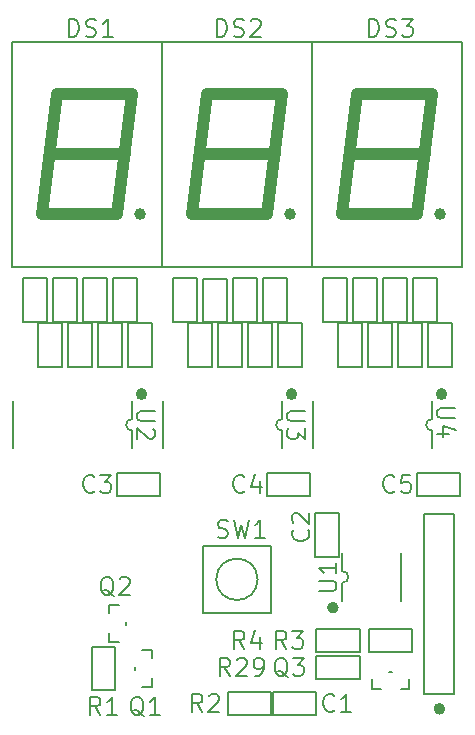
<source format=gto>
%TF.GenerationSoftware,KiCad,Pcbnew,(5.1.9)-1*%
%TF.CreationDate,2021-05-21T21:01:08+03:00*%
%TF.ProjectId,valenok,76616c65-6e6f-46b2-9e6b-696361645f70,1*%
%TF.SameCoordinates,Original*%
%TF.FileFunction,Legend,Top*%
%TF.FilePolarity,Positive*%
%FSLAX46Y46*%
G04 Gerber Fmt 4.6, Leading zero omitted, Abs format (unit mm)*
G04 Created by KiCad (PCBNEW (5.1.9)-1) date 2021-05-21 21:01:08*
%MOMM*%
%LPD*%
G01*
G04 APERTURE LIST*
%ADD10C,0.500000*%
%ADD11C,1.000000*%
%ADD12C,0.200000*%
G04 APERTURE END LIST*
D10*
%TO.C,DS3*%
X117394999Y-87074999D02*
G75*
G03*
X117394999Y-87074999I-250000J0D01*
G01*
D11*
X109524999Y-81994999D02*
X115874999Y-81994999D01*
X116509999Y-76914999D02*
X110159999Y-76914999D01*
X115239999Y-87074999D02*
X116509999Y-76914999D01*
X108889999Y-87074999D02*
X115239999Y-87074999D01*
X110159999Y-76914999D02*
X108889999Y-87074999D01*
D12*
X106349999Y-91519999D02*
X119049999Y-91519999D01*
X106349999Y-72469999D02*
X119049999Y-72469999D01*
X119049999Y-72469999D02*
X119049999Y-91519999D01*
X106349999Y-91519999D02*
X106349999Y-72469999D01*
%TO.C,X8*%
X115824000Y-127698500D02*
X115824000Y-112458500D01*
X115824000Y-112458500D02*
X118364000Y-112458500D01*
X118364000Y-112458500D02*
X118364000Y-127698500D01*
X118364000Y-127698500D02*
X115824000Y-127698500D01*
D10*
X117344000Y-128968500D02*
G75*
G03*
X117344000Y-128968500I-250000J0D01*
G01*
D12*
%TO.C,C1*%
X102986000Y-129524000D02*
X102986000Y-127524000D01*
X106686000Y-129524000D02*
X102986000Y-129524000D01*
X106686000Y-127524000D02*
X106686000Y-129524000D01*
X102986000Y-127524000D02*
X106686000Y-127524000D01*
%TO.C,C2*%
X106569000Y-116089000D02*
X106569000Y-112389000D01*
X106569000Y-112389000D02*
X108569000Y-112389000D01*
X108569000Y-112389000D02*
X108569000Y-116089000D01*
X108569000Y-116089000D02*
X106569000Y-116089000D01*
%TO.C,C3*%
X89778000Y-108982000D02*
X93478000Y-108982000D01*
X93478000Y-108982000D02*
X93478000Y-110982000D01*
X93478000Y-110982000D02*
X89778000Y-110982000D01*
X89778000Y-110982000D02*
X89778000Y-108982000D01*
%TO.C,C4*%
X102478000Y-110982000D02*
X102478000Y-108982000D01*
X106178000Y-110982000D02*
X102478000Y-110982000D01*
X106178000Y-108982000D02*
X106178000Y-110982000D01*
X102478000Y-108982000D02*
X106178000Y-108982000D01*
%TO.C,C5*%
X115178000Y-108982000D02*
X118878000Y-108982000D01*
X118878000Y-108982000D02*
X118878000Y-110982000D01*
X118878000Y-110982000D02*
X115178000Y-110982000D01*
X115178000Y-110982000D02*
X115178000Y-108982000D01*
%TO.C,DS1*%
X80949999Y-91519999D02*
X80949999Y-72469999D01*
X93649999Y-72469999D02*
X93649999Y-91519999D01*
X80949999Y-72469999D02*
X93649999Y-72469999D01*
X80949999Y-91519999D02*
X93649999Y-91519999D01*
D11*
X84759999Y-76914999D02*
X83489999Y-87074999D01*
X83489999Y-87074999D02*
X89839999Y-87074999D01*
X89839999Y-87074999D02*
X91109999Y-76914999D01*
X91109999Y-76914999D02*
X84759999Y-76914999D01*
X84124999Y-81994999D02*
X90474999Y-81994999D01*
D10*
X91994999Y-87074999D02*
G75*
G03*
X91994999Y-87074999I-250000J0D01*
G01*
D12*
%TO.C,DS2*%
X93649999Y-91519999D02*
X93649999Y-72469999D01*
X106349999Y-72469999D02*
X106349999Y-91519999D01*
X93649999Y-72469999D02*
X106349999Y-72469999D01*
X93649999Y-91519999D02*
X106349999Y-91519999D01*
D11*
X97459999Y-76914999D02*
X96189999Y-87074999D01*
X96189999Y-87074999D02*
X102539999Y-87074999D01*
X102539999Y-87074999D02*
X103809999Y-76914999D01*
X103809999Y-76914999D02*
X97459999Y-76914999D01*
X96824999Y-81994999D02*
X103174999Y-81994999D01*
D10*
X104694999Y-87074999D02*
G75*
G03*
X104694999Y-87074999I-250000J0D01*
G01*
D12*
%TO.C,Q1*%
X91332000Y-125392000D02*
X91332000Y-125692000D01*
X92732000Y-127092000D02*
X92732000Y-126392000D01*
X92732000Y-123992000D02*
X91932000Y-123992000D01*
X92732000Y-124692000D02*
X92732000Y-123992000D01*
X91932000Y-127092000D02*
X92732000Y-127092000D01*
%TO.C,Q2*%
X89932000Y-120182000D02*
X89132000Y-120182000D01*
X89132000Y-122582000D02*
X89132000Y-123282000D01*
X89132000Y-123282000D02*
X89932000Y-123282000D01*
X89132000Y-120182000D02*
X89132000Y-120882000D01*
X90532000Y-121882000D02*
X90532000Y-121582000D01*
%TO.C,Q3*%
X111414000Y-126476000D02*
X111414000Y-127276000D01*
X113814000Y-127276000D02*
X114514000Y-127276000D01*
X114514000Y-127276000D02*
X114514000Y-126476000D01*
X111414000Y-127276000D02*
X112114000Y-127276000D01*
X113114000Y-125876000D02*
X112814000Y-125876000D01*
%TO.C,R1*%
X89646000Y-127392000D02*
X87646000Y-127392000D01*
X89646000Y-123692000D02*
X89646000Y-127392000D01*
X87646000Y-123692000D02*
X89646000Y-123692000D01*
X87646000Y-127392000D02*
X87646000Y-123692000D01*
%TO.C,R2*%
X102876000Y-129524000D02*
X99176000Y-129524000D01*
X99176000Y-129524000D02*
X99176000Y-127524000D01*
X99176000Y-127524000D02*
X102876000Y-127524000D01*
X102876000Y-127524000D02*
X102876000Y-129524000D01*
%TO.C,R3*%
X111114000Y-124190000D02*
X111114000Y-122190000D01*
X114814000Y-124190000D02*
X111114000Y-124190000D01*
X114814000Y-122190000D02*
X114814000Y-124190000D01*
X111114000Y-122190000D02*
X114814000Y-122190000D01*
%TO.C,R4*%
X106674000Y-124190000D02*
X106674000Y-122190000D01*
X110374000Y-124190000D02*
X106674000Y-124190000D01*
X110374000Y-122190000D02*
X110374000Y-124190000D01*
X106674000Y-122190000D02*
X110374000Y-122190000D01*
%TO.C,R5*%
X88934999Y-92524999D02*
X88934999Y-96224999D01*
X88934999Y-96224999D02*
X86934999Y-96224999D01*
X86934999Y-96224999D02*
X86934999Y-92524999D01*
X86934999Y-92524999D02*
X88934999Y-92524999D01*
%TO.C,R6*%
X89474999Y-92524999D02*
X91474999Y-92524999D01*
X89474999Y-96224999D02*
X89474999Y-92524999D01*
X91474999Y-96224999D02*
X89474999Y-96224999D01*
X91474999Y-92524999D02*
X91474999Y-96224999D01*
%TO.C,R7*%
X88204999Y-96334999D02*
X90204999Y-96334999D01*
X88204999Y-100034999D02*
X88204999Y-96334999D01*
X90204999Y-100034999D02*
X88204999Y-100034999D01*
X90204999Y-96334999D02*
X90204999Y-100034999D01*
%TO.C,R8*%
X86394999Y-92524999D02*
X86394999Y-96224999D01*
X86394999Y-96224999D02*
X84394999Y-96224999D01*
X84394999Y-96224999D02*
X84394999Y-92524999D01*
X84394999Y-92524999D02*
X86394999Y-92524999D01*
%TO.C,R9*%
X81854999Y-92524999D02*
X83854999Y-92524999D01*
X81854999Y-96224999D02*
X81854999Y-92524999D01*
X83854999Y-96224999D02*
X81854999Y-96224999D01*
X83854999Y-92524999D02*
X83854999Y-96224999D01*
%TO.C,R10*%
X87664999Y-96334999D02*
X87664999Y-100034999D01*
X87664999Y-100034999D02*
X85664999Y-100034999D01*
X85664999Y-100034999D02*
X85664999Y-96334999D01*
X85664999Y-96334999D02*
X87664999Y-96334999D01*
%TO.C,R11*%
X83124999Y-96334999D02*
X85124999Y-96334999D01*
X83124999Y-100034999D02*
X83124999Y-96334999D01*
X85124999Y-100034999D02*
X83124999Y-100034999D01*
X85124999Y-96334999D02*
X85124999Y-100034999D01*
%TO.C,R12*%
X92744999Y-96334999D02*
X92744999Y-100034999D01*
X92744999Y-100034999D02*
X90744999Y-100034999D01*
X90744999Y-100034999D02*
X90744999Y-96334999D01*
X90744999Y-96334999D02*
X92744999Y-96334999D01*
%TO.C,R13*%
X101634999Y-92524999D02*
X101634999Y-96224999D01*
X101634999Y-96224999D02*
X99634999Y-96224999D01*
X99634999Y-96224999D02*
X99634999Y-92524999D01*
X99634999Y-92524999D02*
X101634999Y-92524999D01*
%TO.C,R14*%
X104174999Y-92524999D02*
X104174999Y-96224999D01*
X104174999Y-96224999D02*
X102174999Y-96224999D01*
X102174999Y-96224999D02*
X102174999Y-92524999D01*
X102174999Y-92524999D02*
X104174999Y-92524999D01*
%TO.C,R15*%
X100904999Y-96334999D02*
X102904999Y-96334999D01*
X100904999Y-100034999D02*
X100904999Y-96334999D01*
X102904999Y-100034999D02*
X100904999Y-100034999D01*
X102904999Y-96334999D02*
X102904999Y-100034999D01*
%TO.C,R16*%
X99094999Y-92535000D02*
X99094999Y-96235000D01*
X99094999Y-96235000D02*
X97094999Y-96235000D01*
X97094999Y-96235000D02*
X97094999Y-92535000D01*
X97094999Y-92535000D02*
X99094999Y-92535000D01*
%TO.C,R17*%
X94554999Y-92524999D02*
X96554999Y-92524999D01*
X94554999Y-96224999D02*
X94554999Y-92524999D01*
X96554999Y-96224999D02*
X94554999Y-96224999D01*
X96554999Y-92524999D02*
X96554999Y-96224999D01*
%TO.C,R18*%
X100364999Y-96334999D02*
X100364999Y-100034999D01*
X100364999Y-100034999D02*
X98364999Y-100034999D01*
X98364999Y-100034999D02*
X98364999Y-96334999D01*
X98364999Y-96334999D02*
X100364999Y-96334999D01*
%TO.C,R19*%
X95824999Y-96334999D02*
X97824999Y-96334999D01*
X95824999Y-100034999D02*
X95824999Y-96334999D01*
X97824999Y-100034999D02*
X95824999Y-100034999D01*
X97824999Y-96334999D02*
X97824999Y-100034999D01*
%TO.C,R20*%
X105444999Y-96334999D02*
X105444999Y-100034999D01*
X105444999Y-100034999D02*
X103444999Y-100034999D01*
X103444999Y-100034999D02*
X103444999Y-96334999D01*
X103444999Y-96334999D02*
X105444999Y-96334999D01*
%TO.C,R21*%
X112334999Y-92524999D02*
X114334999Y-92524999D01*
X112334999Y-96224999D02*
X112334999Y-92524999D01*
X114334999Y-96224999D02*
X112334999Y-96224999D01*
X114334999Y-92524999D02*
X114334999Y-96224999D01*
%TO.C,R22*%
X116874999Y-92524999D02*
X116874999Y-96224999D01*
X116874999Y-96224999D02*
X114874999Y-96224999D01*
X114874999Y-96224999D02*
X114874999Y-92524999D01*
X114874999Y-92524999D02*
X116874999Y-92524999D01*
%TO.C,R23*%
X113604999Y-96334999D02*
X115604999Y-96334999D01*
X113604999Y-100034999D02*
X113604999Y-96334999D01*
X115604999Y-100034999D02*
X113604999Y-100034999D01*
X115604999Y-96334999D02*
X115604999Y-100034999D01*
%TO.C,R24*%
X111794999Y-92524999D02*
X111794999Y-96224999D01*
X111794999Y-96224999D02*
X109794999Y-96224999D01*
X109794999Y-96224999D02*
X109794999Y-92524999D01*
X109794999Y-92524999D02*
X111794999Y-92524999D01*
%TO.C,R25*%
X107254999Y-92524999D02*
X109254999Y-92524999D01*
X107254999Y-96224999D02*
X107254999Y-92524999D01*
X109254999Y-96224999D02*
X107254999Y-96224999D01*
X109254999Y-92524999D02*
X109254999Y-96224999D01*
%TO.C,R26*%
X113064999Y-96334999D02*
X113064999Y-100034999D01*
X113064999Y-100034999D02*
X111064999Y-100034999D01*
X111064999Y-100034999D02*
X111064999Y-96334999D01*
X111064999Y-96334999D02*
X113064999Y-96334999D01*
%TO.C,R27*%
X108524999Y-96334999D02*
X110524999Y-96334999D01*
X108524999Y-100034999D02*
X108524999Y-96334999D01*
X110524999Y-100034999D02*
X108524999Y-100034999D01*
X110524999Y-96334999D02*
X110524999Y-100034999D01*
%TO.C,R28*%
X116144999Y-96334999D02*
X118144999Y-96334999D01*
X116144999Y-100034999D02*
X116144999Y-96334999D01*
X118144999Y-100034999D02*
X116144999Y-100034999D01*
X118144999Y-96334999D02*
X118144999Y-100034999D01*
%TO.C,R29*%
X106674000Y-124476000D02*
X110374000Y-124476000D01*
X110374000Y-124476000D02*
X110374000Y-126476000D01*
X110374000Y-126476000D02*
X106674000Y-126476000D01*
X106674000Y-126476000D02*
X106674000Y-124476000D01*
%TO.C,SW1*%
X97100000Y-115150000D02*
X102800000Y-115150000D01*
X102800000Y-115150000D02*
X102800000Y-120850000D01*
X102800000Y-120850000D02*
X97100000Y-120850000D01*
X97100000Y-120850000D02*
X97100000Y-115150000D01*
X101700000Y-118000000D02*
G75*
G03*
X101700000Y-118000000I-1750000J0D01*
G01*
%TO.C,U1*%
X108874000Y-117296000D02*
X108874000Y-115796000D01*
X113874000Y-119796000D02*
X113874000Y-115796000D01*
X108874000Y-119796000D02*
X108874000Y-118296000D01*
D10*
X108324000Y-120396000D02*
G75*
G03*
X108324000Y-120396000I-250000J0D01*
G01*
D12*
X108874000Y-117296000D02*
G75*
G02*
X108874000Y-118296000I0J-500000D01*
G01*
D10*
%TO.C,U2*%
X92124999Y-102314999D02*
G75*
G03*
X92124999Y-102314999I-250000J0D01*
G01*
D12*
X91074999Y-102914999D02*
X91074999Y-104414999D01*
X80974999Y-102914999D02*
X80974999Y-106914999D01*
X91074999Y-105414999D02*
X91074999Y-106914999D01*
X91074999Y-105414999D02*
G75*
G02*
X91074999Y-104414999I0J500000D01*
G01*
D10*
%TO.C,U3*%
X104824999Y-102314999D02*
G75*
G03*
X104824999Y-102314999I-250000J0D01*
G01*
D12*
X103774999Y-102914999D02*
X103774999Y-104414999D01*
X93674999Y-102914999D02*
X93674999Y-106914999D01*
X103774999Y-105414999D02*
X103774999Y-106914999D01*
X103774999Y-105414999D02*
G75*
G02*
X103774999Y-104414999I0J500000D01*
G01*
%TO.C,U4*%
X116474999Y-105414999D02*
X116474999Y-106914999D01*
X106374999Y-102914999D02*
X106374999Y-106914999D01*
X116474999Y-102914999D02*
X116474999Y-104414999D01*
D10*
X117524999Y-102314999D02*
G75*
G03*
X117524999Y-102314999I-250000J0D01*
G01*
D12*
X116474999Y-105414999D02*
G75*
G02*
X116474999Y-104414999I0J500000D01*
G01*
%TO.C,DS3*%
X111132570Y-72052571D02*
X111132570Y-70552571D01*
X111489713Y-70552571D01*
X111703999Y-70624000D01*
X111846856Y-70766857D01*
X111918284Y-70909714D01*
X111989713Y-71195428D01*
X111989713Y-71409714D01*
X111918284Y-71695428D01*
X111846856Y-71838285D01*
X111703999Y-71981142D01*
X111489713Y-72052571D01*
X111132570Y-72052571D01*
X112561141Y-71981142D02*
X112775427Y-72052571D01*
X113132570Y-72052571D01*
X113275427Y-71981142D01*
X113346856Y-71909714D01*
X113418284Y-71766857D01*
X113418284Y-71624000D01*
X113346856Y-71481142D01*
X113275427Y-71409714D01*
X113132570Y-71338285D01*
X112846856Y-71266857D01*
X112703999Y-71195428D01*
X112632570Y-71124000D01*
X112561141Y-70981142D01*
X112561141Y-70838285D01*
X112632570Y-70695428D01*
X112703999Y-70624000D01*
X112846856Y-70552571D01*
X113203999Y-70552571D01*
X113418284Y-70624000D01*
X113918284Y-70552571D02*
X114846856Y-70552571D01*
X114346856Y-71124000D01*
X114561141Y-71124000D01*
X114703999Y-71195428D01*
X114775427Y-71266857D01*
X114846856Y-71409714D01*
X114846856Y-71766857D01*
X114775427Y-71909714D01*
X114703999Y-71981142D01*
X114561141Y-72052571D01*
X114132570Y-72052571D01*
X113989713Y-71981142D01*
X113918284Y-71909714D01*
%TO.C,C1*%
X108208000Y-129059714D02*
X108136571Y-129131142D01*
X107922285Y-129202571D01*
X107779428Y-129202571D01*
X107565142Y-129131142D01*
X107422285Y-128988285D01*
X107350857Y-128845428D01*
X107279428Y-128559714D01*
X107279428Y-128345428D01*
X107350857Y-128059714D01*
X107422285Y-127916857D01*
X107565142Y-127774000D01*
X107779428Y-127702571D01*
X107922285Y-127702571D01*
X108136571Y-127774000D01*
X108208000Y-127845428D01*
X109636571Y-129202571D02*
X108779428Y-129202571D01*
X109208000Y-129202571D02*
X109208000Y-127702571D01*
X109065142Y-127916857D01*
X108922285Y-128059714D01*
X108779428Y-128131142D01*
%TO.C,C2*%
X105945714Y-113788000D02*
X106017142Y-113859428D01*
X106088571Y-114073714D01*
X106088571Y-114216571D01*
X106017142Y-114430857D01*
X105874285Y-114573714D01*
X105731428Y-114645142D01*
X105445714Y-114716571D01*
X105231428Y-114716571D01*
X104945714Y-114645142D01*
X104802857Y-114573714D01*
X104660000Y-114430857D01*
X104588571Y-114216571D01*
X104588571Y-114073714D01*
X104660000Y-113859428D01*
X104731428Y-113788000D01*
X104731428Y-113216571D02*
X104660000Y-113145142D01*
X104588571Y-113002285D01*
X104588571Y-112645142D01*
X104660000Y-112502285D01*
X104731428Y-112430857D01*
X104874285Y-112359428D01*
X105017142Y-112359428D01*
X105231428Y-112430857D01*
X106088571Y-113288000D01*
X106088571Y-112359428D01*
%TO.C,C3*%
X87888000Y-110517714D02*
X87816571Y-110589142D01*
X87602285Y-110660571D01*
X87459428Y-110660571D01*
X87245142Y-110589142D01*
X87102285Y-110446285D01*
X87030857Y-110303428D01*
X86959428Y-110017714D01*
X86959428Y-109803428D01*
X87030857Y-109517714D01*
X87102285Y-109374857D01*
X87245142Y-109232000D01*
X87459428Y-109160571D01*
X87602285Y-109160571D01*
X87816571Y-109232000D01*
X87888000Y-109303428D01*
X88388000Y-109160571D02*
X89316571Y-109160571D01*
X88816571Y-109732000D01*
X89030857Y-109732000D01*
X89173714Y-109803428D01*
X89245142Y-109874857D01*
X89316571Y-110017714D01*
X89316571Y-110374857D01*
X89245142Y-110517714D01*
X89173714Y-110589142D01*
X89030857Y-110660571D01*
X88602285Y-110660571D01*
X88459428Y-110589142D01*
X88388000Y-110517714D01*
%TO.C,C4*%
X100588000Y-110517714D02*
X100516571Y-110589142D01*
X100302285Y-110660571D01*
X100159428Y-110660571D01*
X99945142Y-110589142D01*
X99802285Y-110446285D01*
X99730857Y-110303428D01*
X99659428Y-110017714D01*
X99659428Y-109803428D01*
X99730857Y-109517714D01*
X99802285Y-109374857D01*
X99945142Y-109232000D01*
X100159428Y-109160571D01*
X100302285Y-109160571D01*
X100516571Y-109232000D01*
X100588000Y-109303428D01*
X101873714Y-109660571D02*
X101873714Y-110660571D01*
X101516571Y-109089142D02*
X101159428Y-110160571D01*
X102088000Y-110160571D01*
%TO.C,C5*%
X113288000Y-110517714D02*
X113216571Y-110589142D01*
X113002285Y-110660571D01*
X112859428Y-110660571D01*
X112645142Y-110589142D01*
X112502285Y-110446285D01*
X112430857Y-110303428D01*
X112359428Y-110017714D01*
X112359428Y-109803428D01*
X112430857Y-109517714D01*
X112502285Y-109374857D01*
X112645142Y-109232000D01*
X112859428Y-109160571D01*
X113002285Y-109160571D01*
X113216571Y-109232000D01*
X113288000Y-109303428D01*
X114645142Y-109160571D02*
X113930857Y-109160571D01*
X113859428Y-109874857D01*
X113930857Y-109803428D01*
X114073714Y-109732000D01*
X114430857Y-109732000D01*
X114573714Y-109803428D01*
X114645142Y-109874857D01*
X114716571Y-110017714D01*
X114716571Y-110374857D01*
X114645142Y-110517714D01*
X114573714Y-110589142D01*
X114430857Y-110660571D01*
X114073714Y-110660571D01*
X113930857Y-110589142D01*
X113859428Y-110517714D01*
%TO.C,DS1*%
X85732570Y-72052571D02*
X85732570Y-70552571D01*
X86089713Y-70552571D01*
X86303999Y-70624000D01*
X86446856Y-70766857D01*
X86518284Y-70909714D01*
X86589713Y-71195428D01*
X86589713Y-71409714D01*
X86518284Y-71695428D01*
X86446856Y-71838285D01*
X86303999Y-71981142D01*
X86089713Y-72052571D01*
X85732570Y-72052571D01*
X87161141Y-71981142D02*
X87375427Y-72052571D01*
X87732570Y-72052571D01*
X87875427Y-71981142D01*
X87946856Y-71909714D01*
X88018284Y-71766857D01*
X88018284Y-71624000D01*
X87946856Y-71481142D01*
X87875427Y-71409714D01*
X87732570Y-71338285D01*
X87446856Y-71266857D01*
X87303999Y-71195428D01*
X87232570Y-71124000D01*
X87161141Y-70981142D01*
X87161141Y-70838285D01*
X87232570Y-70695428D01*
X87303999Y-70624000D01*
X87446856Y-70552571D01*
X87803999Y-70552571D01*
X88018284Y-70624000D01*
X89446856Y-72052571D02*
X88589713Y-72052571D01*
X89018284Y-72052571D02*
X89018284Y-70552571D01*
X88875427Y-70766857D01*
X88732570Y-70909714D01*
X88589713Y-70981142D01*
%TO.C,DS2*%
X98254571Y-72052571D02*
X98254571Y-70552571D01*
X98611714Y-70552571D01*
X98826000Y-70624000D01*
X98968857Y-70766857D01*
X99040285Y-70909714D01*
X99111714Y-71195428D01*
X99111714Y-71409714D01*
X99040285Y-71695428D01*
X98968857Y-71838285D01*
X98826000Y-71981142D01*
X98611714Y-72052571D01*
X98254571Y-72052571D01*
X99683142Y-71981142D02*
X99897428Y-72052571D01*
X100254571Y-72052571D01*
X100397428Y-71981142D01*
X100468857Y-71909714D01*
X100540285Y-71766857D01*
X100540285Y-71624000D01*
X100468857Y-71481142D01*
X100397428Y-71409714D01*
X100254571Y-71338285D01*
X99968857Y-71266857D01*
X99826000Y-71195428D01*
X99754571Y-71124000D01*
X99683142Y-70981142D01*
X99683142Y-70838285D01*
X99754571Y-70695428D01*
X99826000Y-70624000D01*
X99968857Y-70552571D01*
X100326000Y-70552571D01*
X100540285Y-70624000D01*
X101111714Y-70695428D02*
X101183142Y-70624000D01*
X101326000Y-70552571D01*
X101683142Y-70552571D01*
X101826000Y-70624000D01*
X101897428Y-70695428D01*
X101968857Y-70838285D01*
X101968857Y-70981142D01*
X101897428Y-71195428D01*
X101040285Y-72052571D01*
X101968857Y-72052571D01*
%TO.C,Q1*%
X92059142Y-129599428D02*
X91916285Y-129528000D01*
X91773428Y-129385142D01*
X91559142Y-129170857D01*
X91416285Y-129099428D01*
X91273428Y-129099428D01*
X91344857Y-129456571D02*
X91202000Y-129385142D01*
X91059142Y-129242285D01*
X90987714Y-128956571D01*
X90987714Y-128456571D01*
X91059142Y-128170857D01*
X91202000Y-128028000D01*
X91344857Y-127956571D01*
X91630571Y-127956571D01*
X91773428Y-128028000D01*
X91916285Y-128170857D01*
X91987714Y-128456571D01*
X91987714Y-128956571D01*
X91916285Y-129242285D01*
X91773428Y-129385142D01*
X91630571Y-129456571D01*
X91344857Y-129456571D01*
X93416285Y-129456571D02*
X92559142Y-129456571D01*
X92987714Y-129456571D02*
X92987714Y-127956571D01*
X92844857Y-128170857D01*
X92702000Y-128313714D01*
X92559142Y-128385142D01*
%TO.C,Q2*%
X89519142Y-119439428D02*
X89376285Y-119368000D01*
X89233428Y-119225142D01*
X89019142Y-119010857D01*
X88876285Y-118939428D01*
X88733428Y-118939428D01*
X88804857Y-119296571D02*
X88662000Y-119225142D01*
X88519142Y-119082285D01*
X88447714Y-118796571D01*
X88447714Y-118296571D01*
X88519142Y-118010857D01*
X88662000Y-117868000D01*
X88804857Y-117796571D01*
X89090571Y-117796571D01*
X89233428Y-117868000D01*
X89376285Y-118010857D01*
X89447714Y-118296571D01*
X89447714Y-118796571D01*
X89376285Y-119082285D01*
X89233428Y-119225142D01*
X89090571Y-119296571D01*
X88804857Y-119296571D01*
X90019142Y-117939428D02*
X90090571Y-117868000D01*
X90233428Y-117796571D01*
X90590571Y-117796571D01*
X90733428Y-117868000D01*
X90804857Y-117939428D01*
X90876285Y-118082285D01*
X90876285Y-118225142D01*
X90804857Y-118439428D01*
X89947714Y-119296571D01*
X90876285Y-119296571D01*
%TO.C,Q3*%
X104251142Y-126297428D02*
X104108285Y-126226000D01*
X103965428Y-126083142D01*
X103751142Y-125868857D01*
X103608285Y-125797428D01*
X103465428Y-125797428D01*
X103536857Y-126154571D02*
X103394000Y-126083142D01*
X103251142Y-125940285D01*
X103179714Y-125654571D01*
X103179714Y-125154571D01*
X103251142Y-124868857D01*
X103394000Y-124726000D01*
X103536857Y-124654571D01*
X103822571Y-124654571D01*
X103965428Y-124726000D01*
X104108285Y-124868857D01*
X104179714Y-125154571D01*
X104179714Y-125654571D01*
X104108285Y-125940285D01*
X103965428Y-126083142D01*
X103822571Y-126154571D01*
X103536857Y-126154571D01*
X104679714Y-124654571D02*
X105608285Y-124654571D01*
X105108285Y-125226000D01*
X105322571Y-125226000D01*
X105465428Y-125297428D01*
X105536857Y-125368857D01*
X105608285Y-125511714D01*
X105608285Y-125868857D01*
X105536857Y-126011714D01*
X105465428Y-126083142D01*
X105322571Y-126154571D01*
X104894000Y-126154571D01*
X104751142Y-126083142D01*
X104679714Y-126011714D01*
%TO.C,R1*%
X88396000Y-129456571D02*
X87896000Y-128742285D01*
X87538857Y-129456571D02*
X87538857Y-127956571D01*
X88110285Y-127956571D01*
X88253142Y-128028000D01*
X88324571Y-128099428D01*
X88396000Y-128242285D01*
X88396000Y-128456571D01*
X88324571Y-128599428D01*
X88253142Y-128670857D01*
X88110285Y-128742285D01*
X87538857Y-128742285D01*
X89824571Y-129456571D02*
X88967428Y-129456571D01*
X89396000Y-129456571D02*
X89396000Y-127956571D01*
X89253142Y-128170857D01*
X89110285Y-128313714D01*
X88967428Y-128385142D01*
%TO.C,R2*%
X97032000Y-129202571D02*
X96532000Y-128488285D01*
X96174857Y-129202571D02*
X96174857Y-127702571D01*
X96746285Y-127702571D01*
X96889142Y-127774000D01*
X96960571Y-127845428D01*
X97032000Y-127988285D01*
X97032000Y-128202571D01*
X96960571Y-128345428D01*
X96889142Y-128416857D01*
X96746285Y-128488285D01*
X96174857Y-128488285D01*
X97603428Y-127845428D02*
X97674857Y-127774000D01*
X97817714Y-127702571D01*
X98174857Y-127702571D01*
X98317714Y-127774000D01*
X98389142Y-127845428D01*
X98460571Y-127988285D01*
X98460571Y-128131142D01*
X98389142Y-128345428D01*
X97532000Y-129202571D01*
X98460571Y-129202571D01*
%TO.C,R3*%
X104144000Y-123868571D02*
X103644000Y-123154285D01*
X103286857Y-123868571D02*
X103286857Y-122368571D01*
X103858285Y-122368571D01*
X104001142Y-122440000D01*
X104072571Y-122511428D01*
X104144000Y-122654285D01*
X104144000Y-122868571D01*
X104072571Y-123011428D01*
X104001142Y-123082857D01*
X103858285Y-123154285D01*
X103286857Y-123154285D01*
X104644000Y-122368571D02*
X105572571Y-122368571D01*
X105072571Y-122940000D01*
X105286857Y-122940000D01*
X105429714Y-123011428D01*
X105501142Y-123082857D01*
X105572571Y-123225714D01*
X105572571Y-123582857D01*
X105501142Y-123725714D01*
X105429714Y-123797142D01*
X105286857Y-123868571D01*
X104858285Y-123868571D01*
X104715428Y-123797142D01*
X104644000Y-123725714D01*
%TO.C,R4*%
X100588000Y-123868571D02*
X100088000Y-123154285D01*
X99730857Y-123868571D02*
X99730857Y-122368571D01*
X100302285Y-122368571D01*
X100445142Y-122440000D01*
X100516571Y-122511428D01*
X100588000Y-122654285D01*
X100588000Y-122868571D01*
X100516571Y-123011428D01*
X100445142Y-123082857D01*
X100302285Y-123154285D01*
X99730857Y-123154285D01*
X101873714Y-122868571D02*
X101873714Y-123868571D01*
X101516571Y-122297142D02*
X101159428Y-123368571D01*
X102088000Y-123368571D01*
%TO.C,R29*%
X99365714Y-126154571D02*
X98865714Y-125440285D01*
X98508571Y-126154571D02*
X98508571Y-124654571D01*
X99080000Y-124654571D01*
X99222857Y-124726000D01*
X99294285Y-124797428D01*
X99365714Y-124940285D01*
X99365714Y-125154571D01*
X99294285Y-125297428D01*
X99222857Y-125368857D01*
X99080000Y-125440285D01*
X98508571Y-125440285D01*
X99937142Y-124797428D02*
X100008571Y-124726000D01*
X100151428Y-124654571D01*
X100508571Y-124654571D01*
X100651428Y-124726000D01*
X100722857Y-124797428D01*
X100794285Y-124940285D01*
X100794285Y-125083142D01*
X100722857Y-125297428D01*
X99865714Y-126154571D01*
X100794285Y-126154571D01*
X101508571Y-126154571D02*
X101794285Y-126154571D01*
X101937142Y-126083142D01*
X102008571Y-126011714D01*
X102151428Y-125797428D01*
X102222857Y-125511714D01*
X102222857Y-124940285D01*
X102151428Y-124797428D01*
X102080000Y-124726000D01*
X101937142Y-124654571D01*
X101651428Y-124654571D01*
X101508571Y-124726000D01*
X101437142Y-124797428D01*
X101365714Y-124940285D01*
X101365714Y-125297428D01*
X101437142Y-125440285D01*
X101508571Y-125511714D01*
X101651428Y-125583142D01*
X101937142Y-125583142D01*
X102080000Y-125511714D01*
X102151428Y-125440285D01*
X102222857Y-125297428D01*
%TO.C,SW1*%
X98330000Y-114399142D02*
X98544285Y-114470571D01*
X98901428Y-114470571D01*
X99044285Y-114399142D01*
X99115714Y-114327714D01*
X99187142Y-114184857D01*
X99187142Y-114042000D01*
X99115714Y-113899142D01*
X99044285Y-113827714D01*
X98901428Y-113756285D01*
X98615714Y-113684857D01*
X98472857Y-113613428D01*
X98401428Y-113542000D01*
X98330000Y-113399142D01*
X98330000Y-113256285D01*
X98401428Y-113113428D01*
X98472857Y-113042000D01*
X98615714Y-112970571D01*
X98972857Y-112970571D01*
X99187142Y-113042000D01*
X99687142Y-112970571D02*
X100044285Y-114470571D01*
X100330000Y-113399142D01*
X100615714Y-114470571D01*
X100972857Y-112970571D01*
X102330000Y-114470571D02*
X101472857Y-114470571D01*
X101901428Y-114470571D02*
X101901428Y-112970571D01*
X101758571Y-113184857D01*
X101615714Y-113327714D01*
X101472857Y-113399142D01*
%TO.C,U1*%
X106874571Y-118998857D02*
X108088857Y-118998857D01*
X108231714Y-118927428D01*
X108303142Y-118856000D01*
X108374571Y-118713142D01*
X108374571Y-118427428D01*
X108303142Y-118284571D01*
X108231714Y-118213142D01*
X108088857Y-118141714D01*
X106874571Y-118141714D01*
X108374571Y-116641714D02*
X108374571Y-117498857D01*
X108374571Y-117070285D02*
X106874571Y-117070285D01*
X107088857Y-117213142D01*
X107231714Y-117356000D01*
X107303142Y-117498857D01*
%TO.C,U2*%
X93023428Y-103759142D02*
X91809142Y-103759142D01*
X91666285Y-103830571D01*
X91594857Y-103902000D01*
X91523428Y-104044857D01*
X91523428Y-104330571D01*
X91594857Y-104473428D01*
X91666285Y-104544857D01*
X91809142Y-104616285D01*
X93023428Y-104616285D01*
X92880571Y-105259142D02*
X92952000Y-105330571D01*
X93023428Y-105473428D01*
X93023428Y-105830571D01*
X92952000Y-105973428D01*
X92880571Y-106044857D01*
X92737714Y-106116285D01*
X92594857Y-106116285D01*
X92380571Y-106044857D01*
X91523428Y-105187714D01*
X91523428Y-106116285D01*
%TO.C,U3*%
X105723428Y-103759142D02*
X104509142Y-103759142D01*
X104366285Y-103830571D01*
X104294857Y-103902000D01*
X104223428Y-104044857D01*
X104223428Y-104330571D01*
X104294857Y-104473428D01*
X104366285Y-104544857D01*
X104509142Y-104616285D01*
X105723428Y-104616285D01*
X105723428Y-105187714D02*
X105723428Y-106116285D01*
X105152000Y-105616285D01*
X105152000Y-105830571D01*
X105080571Y-105973428D01*
X105009142Y-106044857D01*
X104866285Y-106116285D01*
X104509142Y-106116285D01*
X104366285Y-106044857D01*
X104294857Y-105973428D01*
X104223428Y-105830571D01*
X104223428Y-105402000D01*
X104294857Y-105259142D01*
X104366285Y-105187714D01*
%TO.C,U4*%
X118423428Y-103505142D02*
X117209142Y-103505142D01*
X117066285Y-103576571D01*
X116994857Y-103648000D01*
X116923428Y-103790857D01*
X116923428Y-104076571D01*
X116994857Y-104219428D01*
X117066285Y-104290857D01*
X117209142Y-104362285D01*
X118423428Y-104362285D01*
X117923428Y-105719428D02*
X116923428Y-105719428D01*
X118494857Y-105362285D02*
X117423428Y-105005142D01*
X117423428Y-105933714D01*
%TD*%
M02*

</source>
